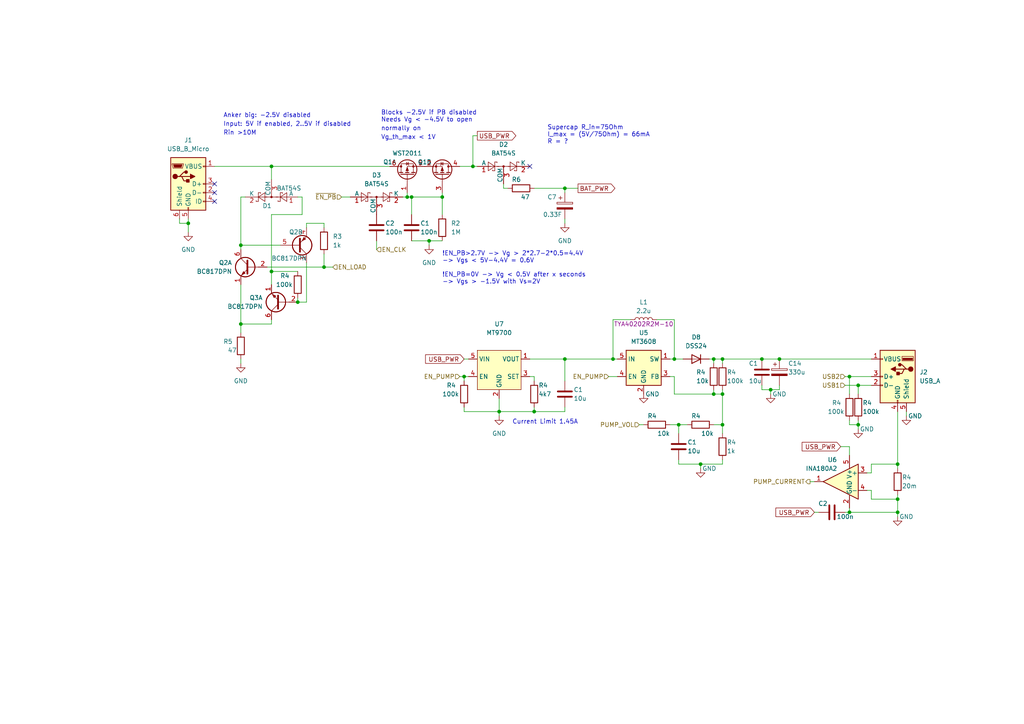
<source format=kicad_sch>
(kicad_sch (version 20230121) (generator eeschema)
  (paper "A4")
  (title_block (title "Homegreen Node Basic") (date "2024-01-17") (rev "v1.4.4") (company "Homegreen"))
  (lib_symbols
    (symbol "Amplifier_Current:INA180A2" (pin_names (offset 0.127))
      (property "Reference" "U" (at 3.81 3.81 0))
      (property "Value" "INA180A2" (at 3.81 -2.54 0))
      (symbol "INA180A2_0_1"
        (polyline (pts (xy 5.08 0) (xy -5.08 5.08) (xy -5.08 -5.08) (xy 5.08 0)) (stroke (width 0.254)) (fill (type background)))
      )
      (symbol "INA180A2_1_1"
        (pin output line (at 7.62 0 180) (length 2.54) (name "~") (number "1"))
        (pin power_in line (at -2.54 -7.62 90) (length 3.81) (name "GND") (number "2"))
        (pin input line (at -7.62 2.54 0) (length 2.54) (name "+") (number "3"))
        (pin input line (at -7.62 -2.54 0) (length 2.54) (name "-") (number "4"))
        (pin power_in line (at -2.54 7.62 270) (length 3.81) (name "V+") (number "5"))
      )
    )
    (symbol "Connector:USB_A" (pin_names (offset 1.016))
      (property "Reference" "J" (at -5.08 11.43 0))
      (property "Value" "USB_A" (at -5.08 8.89 0))
      (symbol "USB_A_0_1"
        (rectangle (start -5.08 -7.62) (end 5.08 7.62) (stroke (width 0.254)) (fill (type background)))
        (circle (center -3.81 2.159) (radius 0.635) (stroke (width 0.254)) (fill (type outline)))
        (rectangle (start -1.524 4.826) (end -4.318 5.334) (fill (type outline)))
        (rectangle (start -1.27 4.572) (end -4.572 5.842))
        (circle (center -0.635 3.429) (radius 0.381) (stroke (width 0.254)) (fill (type outline)))
        (rectangle (start -0.127 -7.62) (end 0.127 -6.858))
        (polyline (pts (xy -3.175 2.159) (xy -2.54 2.159) (xy -1.27 3.429) (xy -0.635 3.429)) (stroke (width 0.254)))
        (polyline (pts (xy -2.54 2.159) (xy -1.905 2.159) (xy -1.27 0.889) (xy 0 0.889)) (stroke (width 0.254)))
        (polyline (pts (xy 0.635 2.794) (xy 0.635 1.524) (xy 1.905 2.159) (xy 0.635 2.794)) (stroke (width 0.254)) (fill (type outline)))
        (rectangle (start 0.254 1.27) (end -0.508 0.508) (stroke (width 0.254)) (fill (type outline)))
        (rectangle (start 5.08 -2.667) (end 4.318 -2.413))
        (rectangle (start 5.08 -0.127) (end 4.318 0.127))
        (rectangle (start 5.08 4.953) (end 4.318 5.207))
      )
      (symbol "USB_A_1_1"
        (polyline (pts (xy -1.905 2.159) (xy 0.635 2.159)) (stroke (width 0.254)))
        (pin power_in line (at 7.62 5.08 180) (length 2.54) (name "VBUS") (number "1"))
        (pin bidirectional line (at 7.62 -2.54 180) (length 2.54) (name "D-") (number "2"))
        (pin bidirectional line (at 7.62 0 180) (length 2.54) (name "D+") (number "3"))
        (pin power_in line (at 0 -10.16 90) (length 2.54) (name "GND") (number "4"))
        (pin passive line (at -2.54 -10.16 90) (length 2.54) (name "Shield") (number "5"))
      )
    )
    (symbol "Connector:USB_B_Micro" (pin_names (offset 1.016))
      (property "Reference" "J" (at -5.08 11.43 0))
      (property "Value" "USB_B_Micro" (at -5.08 8.89 0))
      (symbol "USB_B_Micro_0_1"
        (rectangle (start -5.08 -7.62) (end 5.08 7.62) (stroke (width 0.254)) (fill (type background)))
        (circle (center -3.81 2.159) (radius 0.635) (stroke (width 0.254)) (fill (type outline)))
        (circle (center -0.635 3.429) (radius 0.381) (stroke (width 0.254)) (fill (type outline)))
        (rectangle (start -0.127 -7.62) (end 0.127 -6.858))
        (polyline (pts (xy -1.905 2.159) (xy 0.635 2.159)) (stroke (width 0.254)))
        (polyline (pts (xy -3.175 2.159) (xy -2.54 2.159) (xy -1.27 3.429) (xy -0.635 3.429)) (stroke (width 0.254)))
        (polyline (pts (xy -2.54 2.159) (xy -1.905 2.159) (xy -1.27 0.889) (xy 0 0.889)) (stroke (width 0.254)))
        (polyline (pts (xy 0.635 2.794) (xy 0.635 1.524) (xy 1.905 2.159) (xy 0.635 2.794)) (stroke (width 0.254)) (fill (type outline)))
        (polyline (pts (xy -4.318 5.588) (xy -1.778 5.588) (xy -2.032 4.826) (xy -4.064 4.826) (xy -4.318 5.588)) (fill (type outline)))
        (polyline (pts (xy -4.699 5.842) (xy -4.699 5.588) (xy -4.445 4.826) (xy -4.445 4.572) (xy -1.651 4.572) (xy -1.651 4.826) (xy -1.397 5.588) (xy -1.397 5.842) (xy -4.699 5.842)))
        (rectangle (start 0.254 1.27) (end -0.508 0.508) (stroke (width 0.254)) (fill (type outline)))
        (rectangle (start 5.08 -5.207) (end 4.318 -4.953))
        (rectangle (start 5.08 -2.667) (end 4.318 -2.413))
        (rectangle (start 5.08 -0.127) (end 4.318 0.127))
        (rectangle (start 5.08 4.953) (end 4.318 5.207))
      )
      (symbol "USB_B_Micro_1_1"
        (pin power_out line (at 7.62 5.08 180) (length 2.54) (name "VBUS") (number "1"))
        (pin bidirectional line (at 7.62 -2.54 180) (length 2.54) (name "D-") (number "2"))
        (pin bidirectional line (at 7.62 0 180) (length 2.54) (name "D+") (number "3"))
        (pin passive line (at 7.62 -5.08 180) (length 2.54) (name "ID") (number "4"))
        (pin power_out line (at 0 -10.16 90) (length 2.54) (name "GND") (number "5"))
        (pin passive line (at -2.54 -10.16 90) (length 2.54) (name "Shield") (number "6"))
      )
    )
    (symbol "Device:C" (pin_numbers hide) (pin_names (offset 0.254))
      (property "Reference" "C" (at 0.635 2.54 0))
      (property "Value" "C" (at 0.635 -2.54 0))
      (symbol "C_0_1"
        (polyline (pts (xy -2.032 -0.762) (xy 2.032 -0.762)) (stroke (width 0.508)))
        (polyline (pts (xy -2.032 0.762) (xy 2.032 0.762)) (stroke (width 0.508)))
      )
      (symbol "C_1_1"
        (pin passive line (at 0 3.81 270) (length 2.794) (name "~") (number "1"))
        (pin passive line (at 0 -3.81 90) (length 2.794) (name "~") (number "2"))
      )
    )
    (symbol "Device:C_Polarized" (pin_numbers hide) (pin_names (offset 0.254))
      (property "Reference" "C" (at 0.635 2.54 0))
      (property "Value" "C_Polarized" (at 0.635 -2.54 0))
      (symbol "C_Polarized_0_1"
        (rectangle (start -2.286 0.508) (end 2.286 1.016))
        (polyline (pts (xy -1.778 2.286) (xy -0.762 2.286)))
        (polyline (pts (xy -1.27 2.794) (xy -1.27 1.778)))
        (rectangle (start 2.286 -0.508) (end -2.286 -1.016) (fill (type outline)))
      )
      (symbol "C_Polarized_1_1"
        (pin passive line (at 0 3.81 270) (length 2.794) (name "~") (number "1"))
        (pin passive line (at 0 -3.81 90) (length 2.794) (name "~") (number "2"))
      )
    )
    (symbol "Device:L" (pin_numbers hide) (pin_names (offset 1.016) hide)
      (property "Reference" "L" (at -1.27 0 90))
      (property "Value" "L" (at 1.905 0 90))
      (symbol "L_0_1"
        (arc (start 0 -2.54) (mid 0.6323 -1.905) (end 0 -1.27))
        (arc (start 0 -1.27) (mid 0.6323 -0.635) (end 0 0))
        (arc (start 0 0) (mid 0.6323 0.635) (end 0 1.27))
        (arc (start 0 1.27) (mid 0.6323 1.905) (end 0 2.54))
      )
      (symbol "L_1_1"
        (pin passive line (at 0 3.81 270) (length 1.27) (name "1") (number "1"))
        (pin passive line (at 0 -3.81 90) (length 1.27) (name "2") (number "2"))
      )
    )
    (symbol "Device:Q_Dual_PMOS_G1S2G2D2S1D1" (pin_names (offset 0) hide)
      (property "Reference" "Q" (at 6.35 1.27 0))
      (property "Value" "Q_Dual_PMOS_G1S2G2D2S1D1" (at 19.05 -1.27 0))
      (symbol "Q_Dual_PMOS_G1S2G2D2S1D1_0_1"
        (polyline (pts (xy 0.254 0) (xy -2.54 0)))
        (polyline (pts (xy 0.254 1.905) (xy 0.254 -1.905)) (stroke (width 0.254)))
        (polyline (pts (xy 0.762 -1.27) (xy 0.762 -2.286)) (stroke (width 0.254)))
        (polyline (pts (xy 0.762 0.508) (xy 0.762 -0.508)) (stroke (width 0.254)))
        (polyline (pts (xy 0.762 2.286) (xy 0.762 1.27)) (stroke (width 0.254)))
        (polyline (pts (xy 2.54 2.54) (xy 2.54 1.778)))
        (polyline (pts (xy 2.54 -2.54) (xy 2.54 0) (xy 0.762 0)))
        (polyline (pts (xy 0.762 1.778) (xy 3.302 1.778) (xy 3.302 -1.778) (xy 0.762 -1.778)))
        (polyline (pts (xy 2.286 0) (xy 1.27 0.381) (xy 1.27 -0.381) (xy 2.286 0)) (fill (type outline)))
        (polyline (pts (xy 2.794 -0.508) (xy 2.921 -0.381) (xy 3.683 -0.381) (xy 3.81 -0.254)))
        (polyline (pts (xy 3.302 -0.381) (xy 2.921 0.254) (xy 3.683 0.254) (xy 3.302 -0.381)))
        (circle (center 1.651 0) (radius 2.794) (stroke (width 0.254)))
        (circle (center 2.54 -1.778) (radius 0.254) (fill (type outline)))
        (circle (center 2.54 1.778) (radius 0.254) (fill (type outline)))
      )
      (symbol "Q_Dual_PMOS_G1S2G2D2S1D1_1_1"
        (pin input line (at -5.08 0 0) (length 2.54) (name "G") (number "1"))
        (pin passive line (at 2.54 -5.08 90) (length 2.54) (name "S") (number "5"))
        (pin passive line (at 2.54 5.08 270) (length 2.54) (name "D") (number "6"))
      )
      (symbol "Q_Dual_PMOS_G1S2G2D2S1D1_2_1"
        (pin passive line (at 2.54 -5.08 90) (length 2.54) (name "S") (number "2"))
        (pin input line (at -5.08 0 0) (length 2.54) (name "G") (number "3"))
        (pin passive line (at 2.54 5.08 270) (length 2.54) (name "D") (number "4"))
      )
    )
    (symbol "Device:R" (pin_numbers hide) (pin_names (offset 0))
      (property "Reference" "R" (at 2.032 0 90))
      (property "Value" "R" (at 0 0 90))
      (symbol "R_0_1"
        (rectangle (start -1.016 -2.54) (end 1.016 2.54) (stroke (width 0.254)))
      )
      (symbol "R_1_1"
        (pin passive line (at 0 3.81 270) (length 1.27) (name "~") (number "1"))
        (pin passive line (at 0 -3.81 90) (length 1.27) (name "~") (number "2"))
      )
    )
    (symbol "Diode:BAT54S" (pin_names (offset 0))
      (property "Reference" "D" (at 2.54 -5.08 0))
      (property "Value" "BAT54S" (at -6.35 3.175 0))
      (symbol "BAT54S_0_1"
        (polyline (pts (xy -3.81 0) (xy -1.27 0)))
        (polyline (pts (xy -3.175 -1.27) (xy -3.175 -1.016)))
        (polyline (pts (xy -2.54 -1.27) (xy -3.175 -1.27)))
        (polyline (pts (xy -2.54 -1.27) (xy -2.54 1.27)))
        (polyline (pts (xy -2.54 1.27) (xy -1.905 1.27)))
        (polyline (pts (xy -1.905 0) (xy 1.905 0)))
        (polyline (pts (xy -1.905 1.27) (xy -1.905 1.016)))
        (polyline (pts (xy 1.27 0) (xy 3.81 0)))
        (polyline (pts (xy 3.175 -1.27) (xy 3.175 -1.016)))
        (polyline (pts (xy 3.81 -1.27) (xy 3.175 -1.27)))
        (polyline (pts (xy 3.81 -1.27) (xy 3.81 1.27)))
        (polyline (pts (xy 3.81 1.27) (xy 4.445 1.27)))
        (polyline (pts (xy 4.445 1.27) (xy 4.445 1.016)))
        (polyline (pts (xy -4.445 1.27) (xy -4.445 -1.27) (xy -2.54 0) (xy -4.445 1.27)))
        (polyline (pts (xy 1.905 1.27) (xy 1.905 -1.27) (xy 3.81 0) (xy 1.905 1.27)))
        (circle (center 0 0) (radius 0.254) (fill (type outline)))
      )
      (symbol "BAT54S_1_1"
        (pin passive line (at -7.62 0 0) (length 3.81) (name "A") (number "1"))
        (pin passive line (at 7.62 0 180) (length 3.81) (name "K") (number "2"))
        (pin passive line (at 0 -5.08 90) (length 5.08) (name "COM") (number "3"))
      )
    )
    (symbol "Pmale_ICs:MT9700"
      (property "Reference" "U" (at -21.59 -22.86 0))
      (property "Value" "MT9700" (at 0 1.27 0))
      (symbol "MT9700_1_1"
        (rectangle (start -6.35 6.35) (end 6.35 -5.08) (fill (type background)))
        (pin power_out line (at 8.89 3.81 180) (length 2.54) (name "VOUT") (number "1"))
        (pin power_in line (at 0 -7.62 90) (length 2.54) (name "GND") (number "2"))
        (pin input line (at 8.89 -1.27 180) (length 2.54) (name "SET") (number "3"))
        (pin input line (at -8.89 -1.27 0) (length 2.54) (name "EN") (number "4"))
        (pin power_in line (at -8.89 3.81 0) (length 2.54) (name "VIN") (number "5"))
      )
    )
    (symbol "Pmale_Misc:DSS24" (pin_numbers hide) (pin_names hide)
      (property "Reference" "D" (at 0 2.54 0))
      (property "Value" "DSS24" (at 0 -2.54 0))
      (symbol "DSS24_0_1"
        (polyline (pts (xy -1.27 1.27) (xy -1.27 -1.27)) (stroke (width 0.254)))
        (polyline (pts (xy 1.27 0) (xy -1.27 0)))
        (polyline (pts (xy 1.27 1.27) (xy 1.27 -1.27) (xy -1.27 0) (xy 1.27 1.27)) (stroke (width 0.254)))
      )
      (symbol "DSS24_1_1"
        (pin passive line (at -3.81 0 0) (length 2.54) (name "K") (number "1"))
        (pin passive line (at 3.81 0 180) (length 2.54) (name "A") (number "2"))
      )
    )
    (symbol "Pmale_Transistors:BC817DPN" (pin_names (offset 0) hide)
      (property "Reference" "Q" (at 5.08 1.27 0))
      (property "Value" "BC817DPN" (at 5.08 -1.27 0))
      (symbol "BC817DPN_0_1"
        (polyline (pts (xy 0.635 0) (xy -2.54 0)))
        (circle (center 1.27 0) (radius 2.8194) (stroke (width 0.254)))
        (circle (center 1.27 0) (radius 2.8194) (stroke (width 0.254)))
      )
      (symbol "BC817DPN_1_1"
        (polyline (pts (xy 0.635 0.635) (xy 2.54 2.54)))
        (polyline (pts (xy 0.635 -0.635) (xy 2.54 -2.54) (xy 2.54 -2.54)))
        (polyline (pts (xy 0.635 1.905) (xy 0.635 -1.905) (xy 0.635 -1.905)) (stroke (width 0.508)))
        (polyline (pts (xy 1.27 -1.778) (xy 1.778 -1.27) (xy 2.286 -2.286) (xy 1.27 -1.778) (xy 1.27 -1.778)) (fill (type outline)))
        (pin passive line (at 2.54 -5.08 90) (length 2.54) (name "E1") (number "1"))
        (pin input line (at -5.08 0 0) (length 2.54) (name "B1") (number "2"))
        (pin passive line (at 2.54 5.08 270) (length 2.54) (name "C1") (number "6"))
      )
      (symbol "BC817DPN_2_1"
        (polyline (pts (xy 0.635 0.635) (xy 2.54 2.54)))
        (polyline (pts (xy 0.635 -0.635) (xy 2.54 -2.54) (xy 2.54 -2.54)))
        (polyline (pts (xy 0.635 1.905) (xy 0.635 -1.905) (xy 0.635 -1.905)) (stroke (width 0.508)))
        (polyline (pts (xy 2.286 -1.778) (xy 1.778 -2.286) (xy 1.27 -1.27) (xy 2.286 -1.778) (xy 2.286 -1.778)) (fill (type outline)))
        (pin passive line (at 2.54 5.08 270) (length 2.54) (name "C2") (number "3"))
        (pin passive line (at 2.54 -5.08 90) (length 2.54) (name "E2") (number "4"))
        (pin input line (at -5.08 0 0) (length 2.54) (name "B2") (number "5"))
      )
    )
    (symbol "Regulator_Switching:MT3608"
      (property "Reference" "U" (at -2.54 8.89 0))
      (property "Value" "MT3608" (at -3.81 6.35 0))
      (symbol "MT3608_0_1"
        (rectangle (start -5.08 5.08) (end 5.08 -5.08) (stroke (width 0.254)) (fill (type background)))
      )
      (symbol "MT3608_1_1"
        (pin passive line (at 7.62 2.54 180) (length 2.54) (name "SW") (number "1"))
        (pin power_in line (at 0 -7.62 90) (length 2.54) (name "GND") (number "2"))
        (pin input line (at 7.62 -2.54 180) (length 2.54) (name "FB") (number "3"))
        (pin input line (at -7.62 -2.54 0) (length 2.54) (name "EN") (number "4"))
        (pin power_in line (at -7.62 2.54 0) (length 2.54) (name "IN") (number "5"))
        (pin no_connect line (at 5.08 0 180) (length 2.54) hide (name "NC") (number "6"))
      )
    )
    (symbol "power:GND" (power) (pin_names (offset 0))
      (property "Value" "GND" (at 0 -3.81 0))
      (symbol "GND_0_1"
        (polyline (pts (xy 0 0) (xy 0 -1.27) (xy 1.27 -1.27) (xy 0 -2.54) (xy -1.27 -1.27) (xy 0 -1.27)))
      )
      (symbol "GND_1_1"
        (pin power_in line (at 0 0 270) (length 0) hide (name "GND") (number "1"))
      )
    )
  )
  (junction (at 177.8 104.14))
  (junction (at 248.92 111.76))
  (junction (at 163.83 104.14))
  (junction (at 195.58 104.14))
  (junction (at 203.2 134.62))
  (junction (at 128.27 57.15))
  (junction (at 209.55 104.14))
  (junction (at 134.62 109.22))
  (junction (at 93.98 77.47))
  (junction (at 260.35 134.62))
  (junction (at 246.38 109.22))
  (junction (at 124.46 69.85))
  (junction (at 69.85 71.12))
  (junction (at 220.98 104.14))
  (junction (at 144.78 119.38))
  (junction (at 260.35 144.78))
  (junction (at 207.01 104.14))
  (junction (at 78.74 78.74))
  (junction (at 137.16 48.26))
  (junction (at 69.85 93.98))
  (junction (at 154.94 119.38))
  (junction (at 163.83 54.61))
  (junction (at 196.85 123.19))
  (junction (at 226.06 104.14))
  (junction (at 246.38 148.59))
  (junction (at 248.92 123.19))
  (junction (at 119.38 57.15))
  (junction (at 78.74 48.26))
  (junction (at 54.61 64.77))
  (junction (at 118.11 57.15))
  (junction (at 209.55 123.19))
  (junction (at 260.35 148.59))
  (junction (at 207.01 114.3))
  (junction (at 86.36 87.63))
  (junction (at 209.55 114.3))
  (junction (at 223.52 113.03))
  (no_connect (at 62.23 53.34))
  (no_connect (at 153.67 48.26))
  (no_connect (at 62.23 55.88))
  (no_connect (at 62.23 58.42))
  (wire (pts (xy 69.85 57.15) (xy 69.85 71.12)))
  (wire (pts (xy 146.05 53.34) (xy 146.05 54.61)))
  (wire (pts (xy 194.31 123.19) (xy 196.85 123.19)))
  (wire (pts (xy 223.52 113.03) (xy 223.52 114.3)))
  (wire (pts (xy 260.35 144.78) (xy 260.35 143.51)))
  (wire (pts (xy 163.83 104.14) (xy 163.83 110.49)))
  (wire (pts (xy 209.55 134.62) (xy 209.55 133.35)))
  (wire (pts (xy 78.74 93.98) (xy 69.85 93.98)))
  (wire (pts (xy 176.53 109.22) (xy 179.07 109.22)))
  (wire (pts (xy 109.22 69.85) (xy 109.22 72.39)))
  (wire (pts (xy 226.06 104.14) (xy 252.73 104.14)))
  (wire (pts (xy 203.2 134.62) (xy 203.2 135.89)))
  (wire (pts (xy 207.01 123.19) (xy 209.55 123.19)))
  (wire (pts (xy 207.01 104.14) (xy 209.55 104.14)))
  (wire (pts (xy 234.95 139.7) (xy 236.22 139.7)))
  (wire (pts (xy 207.01 104.14) (xy 207.01 105.41)))
  (wire (pts (xy 163.83 104.14) (xy 177.8 104.14)))
  (wire (pts (xy 245.11 109.22) (xy 246.38 109.22)))
  (wire (pts (xy 163.83 54.61) (xy 163.83 55.88)))
  (wire (pts (xy 119.38 62.23) (xy 119.38 57.15)))
  (wire (pts (xy 209.55 105.41) (xy 209.55 104.14)))
  (wire (pts (xy 78.74 62.23) (xy 78.74 78.74)))
  (wire (pts (xy 128.27 62.23) (xy 128.27 57.15)))
  (wire (pts (xy 144.78 119.38) (xy 144.78 120.65)))
  (wire (pts (xy 62.23 48.26) (xy 78.74 48.26)))
  (wire (pts (xy 194.31 109.22) (xy 195.58 109.22)))
  (wire (pts (xy 203.2 134.62) (xy 209.55 134.62)))
  (wire (pts (xy 252.73 142.24) (xy 252.73 144.78)))
  (wire (pts (xy 196.85 123.19) (xy 199.39 123.19)))
  (wire (pts (xy 179.07 104.14) (xy 177.8 104.14)))
  (wire (pts (xy 78.74 48.26) (xy 78.74 52.07)))
  (wire (pts (xy 69.85 104.14) (xy 69.85 105.41)))
  (wire (pts (xy 196.85 123.19) (xy 196.85 125.73)))
  (wire (pts (xy 119.38 69.85) (xy 124.46 69.85)))
  (wire (pts (xy 134.62 119.38) (xy 144.78 119.38)))
  (wire (pts (xy 93.98 73.66) (xy 93.98 77.47)))
  (wire (pts (xy 207.01 114.3) (xy 209.55 114.3)))
  (wire (pts (xy 69.85 71.12) (xy 69.85 72.39)))
  (wire (pts (xy 88.9 87.63) (xy 86.36 87.63)))
  (wire (pts (xy 209.55 104.14) (xy 220.98 104.14)))
  (wire (pts (xy 78.74 92.71) (xy 78.74 93.98)))
  (wire (pts (xy 236.22 148.59) (xy 237.49 148.59)))
  (wire (pts (xy 177.8 92.71) (xy 182.88 92.71)))
  (wire (pts (xy 177.8 104.14) (xy 177.8 92.71)))
  (wire (pts (xy 133.35 48.26) (xy 137.16 48.26)))
  (wire (pts (xy 87.63 62.23) (xy 78.74 62.23)))
  (wire (pts (xy 190.5 92.71) (xy 195.58 92.71)))
  (wire (pts (xy 226.06 111.76) (xy 226.06 113.03)))
  (wire (pts (xy 134.62 109.22) (xy 134.62 110.49)))
  (wire (pts (xy 124.46 71.12) (xy 124.46 69.85)))
  (wire (pts (xy 163.83 63.5) (xy 163.83 64.77)))
  (wire (pts (xy 154.94 118.11) (xy 154.94 119.38)))
  (wire (pts (xy 260.35 148.59) (xy 260.35 144.78)))
  (wire (pts (xy 128.27 55.88) (xy 128.27 57.15)))
  (wire (pts (xy 246.38 123.19) (xy 248.92 123.19)))
  (wire (pts (xy 252.73 109.22) (xy 246.38 109.22)))
  (wire (pts (xy 252.73 134.62) (xy 260.35 134.62)))
  (wire (pts (xy 209.55 114.3) (xy 209.55 123.19)))
  (wire (pts (xy 134.62 118.11) (xy 134.62 119.38)))
  (wire (pts (xy 116.84 57.15) (xy 118.11 57.15)))
  (wire (pts (xy 163.83 118.11) (xy 163.83 119.38)))
  (wire (pts (xy 86.36 86.36) (xy 86.36 87.63)))
  (wire (pts (xy 137.16 39.37) (xy 137.16 48.26)))
  (wire (pts (xy 252.73 144.78) (xy 260.35 144.78)))
  (wire (pts (xy 209.55 114.3) (xy 209.55 113.03)))
  (wire (pts (xy 154.94 54.61) (xy 163.83 54.61)))
  (wire (pts (xy 205.74 104.14) (xy 207.01 104.14)))
  (wire (pts (xy 93.98 77.47) (xy 96.52 77.47)))
  (wire (pts (xy 119.38 57.15) (xy 118.11 57.15)))
  (wire (pts (xy 69.85 82.55) (xy 69.85 93.98)))
  (wire (pts (xy 220.98 104.14) (xy 226.06 104.14)))
  (wire (pts (xy 119.38 57.15) (xy 128.27 57.15)))
  (wire (pts (xy 77.47 77.47) (xy 93.98 77.47)))
  (wire (pts (xy 260.35 134.62) (xy 260.35 135.89)))
  (wire (pts (xy 134.62 109.22) (xy 135.89 109.22)))
  (wire (pts (xy 118.11 57.15) (xy 118.11 55.88)))
  (wire (pts (xy 223.52 113.03) (xy 226.06 113.03)))
  (wire (pts (xy 220.98 113.03) (xy 223.52 113.03)))
  (wire (pts (xy 153.67 104.14) (xy 163.83 104.14)))
  (wire (pts (xy 137.16 48.26) (xy 138.43 48.26)))
  (wire (pts (xy 154.94 109.22) (xy 154.94 110.49)))
  (wire (pts (xy 78.74 48.26) (xy 113.03 48.26)))
  (wire (pts (xy 207.01 113.03) (xy 207.01 114.3)))
  (wire (pts (xy 99.06 57.15) (xy 101.6 57.15)))
  (wire (pts (xy 248.92 123.19) (xy 248.92 124.46)))
  (wire (pts (xy 163.83 54.61) (xy 167.64 54.61)))
  (wire (pts (xy 194.31 104.14) (xy 195.58 104.14)))
  (wire (pts (xy 251.46 142.24) (xy 252.73 142.24)))
  (wire (pts (xy 251.46 137.16) (xy 252.73 137.16)))
  (wire (pts (xy 245.11 148.59) (xy 246.38 148.59)))
  (wire (pts (xy 195.58 92.71) (xy 195.58 104.14)))
  (wire (pts (xy 138.43 39.37) (xy 137.16 39.37)))
  (wire (pts (xy 52.07 64.77) (xy 54.61 64.77)))
  (wire (pts (xy 196.85 133.35) (xy 196.85 134.62)))
  (wire (pts (xy 154.94 119.38) (xy 163.83 119.38)))
  (wire (pts (xy 220.98 111.76) (xy 220.98 113.03)))
  (wire (pts (xy 248.92 111.76) (xy 248.92 114.3)))
  (wire (pts (xy 246.38 121.92) (xy 246.38 123.19)))
  (wire (pts (xy 88.9 76.2) (xy 88.9 87.63)))
  (wire (pts (xy 88.9 66.04) (xy 88.9 64.77)))
  (wire (pts (xy 87.63 57.15) (xy 87.63 62.23)))
  (wire (pts (xy 146.05 54.61) (xy 147.32 54.61)))
  (wire (pts (xy 260.35 119.38) (xy 260.35 134.62)))
  (wire (pts (xy 185.42 123.19) (xy 186.69 123.19)))
  (wire (pts (xy 246.38 132.08) (xy 246.38 129.54)))
  (wire (pts (xy 246.38 109.22) (xy 246.38 114.3)))
  (wire (pts (xy 78.74 78.74) (xy 78.74 82.55)))
  (wire (pts (xy 144.78 115.57) (xy 144.78 119.38)))
  (wire (pts (xy 262.89 119.38) (xy 262.89 120.65)))
  (wire (pts (xy 245.11 111.76) (xy 248.92 111.76)))
  (wire (pts (xy 69.85 71.12) (xy 81.28 71.12)))
  (wire (pts (xy 124.46 69.85) (xy 128.27 69.85)))
  (wire (pts (xy 252.73 111.76) (xy 248.92 111.76)))
  (wire (pts (xy 86.36 57.15) (xy 87.63 57.15)))
  (wire (pts (xy 71.12 57.15) (xy 69.85 57.15)))
  (wire (pts (xy 93.98 64.77) (xy 93.98 66.04)))
  (wire (pts (xy 246.38 148.59) (xy 260.35 148.59)))
  (wire (pts (xy 195.58 114.3) (xy 207.01 114.3)))
  (wire (pts (xy 69.85 93.98) (xy 69.85 96.52)))
  (wire (pts (xy 248.92 121.92) (xy 248.92 123.19)))
  (wire (pts (xy 52.07 63.5) (xy 52.07 64.77)))
  (wire (pts (xy 133.35 109.22) (xy 134.62 109.22)))
  (wire (pts (xy 252.73 137.16) (xy 252.73 134.62)))
  (wire (pts (xy 209.55 125.73) (xy 209.55 123.19)))
  (wire (pts (xy 246.38 147.32) (xy 246.38 148.59)))
  (wire (pts (xy 195.58 104.14) (xy 198.12 104.14)))
  (wire (pts (xy 88.9 64.77) (xy 93.98 64.77)))
  (wire (pts (xy 243.84 129.54) (xy 246.38 129.54)))
  (wire (pts (xy 153.67 109.22) (xy 154.94 109.22)))
  (wire (pts (xy 78.74 78.74) (xy 86.36 78.74)))
  (wire (pts (xy 260.35 148.59) (xy 260.35 149.86)))
  (wire (pts (xy 196.85 134.62) (xy 203.2 134.62)))
  (wire (pts (xy 134.62 104.14) (xy 135.89 104.14)))
  (wire (pts (xy 195.58 109.22) (xy 195.58 114.3)))
  (wire (pts (xy 144.78 119.38) (xy 154.94 119.38)))
  (wire (pts (xy 54.61 64.77) (xy 54.61 67.31)))
  (wire (pts (xy 54.61 63.5) (xy 54.61 64.77)))
  (text "﻿Supercap R_in=75Ohm\nI_max = (5V/75Ohm) = 66mA\nR = ?" (at 158.75 41.91 0) (effects (font (size 1.27 1.27)) (justify left bottom)))
  (text "﻿Blocks -2.5V if PB disabled\nNeeds Vg < -4.5V to open" (at 110.49 35.56 0) (effects (font (size 1.27 1.27)) (justify left bottom)))
  (text "﻿Rin >10M" (at 64.77 39.37 0) (effects (font (size 1.27 1.27)) (justify left bottom)))
  (text "﻿Anker big: -2.5V disabled" (at 64.77 34.29 0) (effects (font (size 1.27 1.27)) (justify left bottom)))
  (text "Current Limit 1.45A" (at 148.59 123.19 0) (effects (font (size 1.27 1.27)) (justify left bottom)))
  (text "﻿Input: 5V if enabled, 2..5V if disabled" (at 64.77 36.83 0) (effects (font (size 1.27 1.27)) (justify left bottom)))
  (text "﻿Vg_th_max < 1V" (at 110.49 40.64 0) (effects (font (size 1.27 1.27)) (justify left bottom)))
  (text "﻿normally on" (at 110.49 38.1 0) (effects (font (size 1.27 1.27)) (justify left bottom)))
  (text "﻿!EN_PB>2.7V -> Vg > 2*2.7-2*0.5=4.4V \n-> Vgs < 5V-4.4V = 0.6V\n\n!EN_PB=0V -> Vg < 0.5V after x seconds \n-> Vgs > -1.5V with Vs=2V" (at 128.27 82.55 0) (effects (font (size 1.27 1.27)) (justify left bottom)))
  (global_label "USB_PWR" (shape input) (at 243.84 129.54 180) (property "Intersheetrefs" "${INTERSHEET_REFS}" (effects hide)))
  (global_label "USB_PWR" (shape input) (at 236.22 148.59 180) (property "Intersheetrefs" "${INTERSHEET_REFS}" (effects hide)))
  (global_label "BAT_PWR" (shape output) (at 167.64 54.61 0) (property "Intersheetrefs" "${INTERSHEET_REFS}" (effects hide)))
  (global_label "USB_PWR" (shape output) (at 138.43 39.37 0) (property "Intersheetrefs" "${INTERSHEET_REFS}" (effects hide)))
  (global_label "USB_PWR" (shape input) (at 134.62 104.14 180) (property "Intersheetrefs" "${INTERSHEET_REFS}" (effects hide)))
  (hierarchical_label "EN_CLK" (shape input) (at 109.22 72.39 0))
  (hierarchical_label "PUMP_CURRENT" (shape output) (at 234.95 139.7 180))
  (hierarchical_label "EN_LOAD" (shape input) (at 96.52 77.47 0))
  (hierarchical_label "~{EN_PB}" (shape input) (at 99.06 57.15 180))
  (hierarchical_label "EN_PUMP" (shape input) (at 133.35 109.22 180))
  (hierarchical_label "USB2" (shape input) (at 245.11 109.22 180))
  (hierarchical_label "PUMP_VOL" (shape input) (at 185.42 123.19 180))
  (hierarchical_label "USB1" (shape input) (at 245.11 111.76 180))
  (hierarchical_label "EN_PUMP" (shape input) (at 176.53 109.22 180))
  (symbol (lib_id "power:GND") (at 203.2 135.89 0) (unit 1)
    (property "Reference" "#PWR01" (effects hide))
    (property "Value" "GND" (at 205.74 135.89 0))
    (instances (project "Homegreen Node Basic" (path "" (reference "#PWR01") (unit 1)) (path "" (reference "#PWR014") (unit 1))))
  )
  (symbol (lib_id "Diode:BAT54S") (at 109.22 57.15 0) (unit 1)
    (property "Reference" "D3" (at 109.22 50.8 0))
    (property "Value" "BAT54S" (at 109.22 53.34 0))
    (property "Footprint" "Package_TO_SOT_SMD:SOT-23" (effects hide))
    (property "Datasheet" "https://www.diodes.com/assets/Datasheets/ds11005.pdf" (effects hide))
    (instances (project "Homegreen Node Basic" (path "" (reference "D3") (unit 1)) (path "" (reference "D2") (unit 1))))
  )
  (symbol (lib_id "Device:C_Polarized") (at 163.83 59.69 0) (unit 1)
    (property "Reference" "C7" (at 158.75 57.15 0) (effects (justify left)))
    (property "Value" "0.33F" (at 157.48 62.23 0) (effects (justify left)))
    (property "Footprint" "Capacitor_THT:CP_Radial_D13.0mm_P5.00mm" (effects hide))
  )
  (symbol (lib_id "power:GND") (at 223.52 114.3 0) (unit 1)
    (property "Reference" "#PWR01" (effects hide))
    (property "Value" "GND" (at 226.06 114.3 0))
    (instances (project "Homegreen Node Basic" (path "" (reference "#PWR01") (unit 1)) (path "" (reference "#PWR019") (unit 1))))
  )
  (symbol (lib_id "Pmale_ICs:MT9700") (at 144.78 107.95 0) (unit 1)
    (property "Reference" "U7" (at 144.78 93.98 0))
    (property "Value" "MT9700" (at 144.78 96.52 0))
    (property "Footprint" "Package_TO_SOT_SMD:SOT-23-5" (effects hide))
    (property "Datasheet" "https://datasheet.lcsc.com/lcsc/1809291208_XI-AN-Aerosemi-Tech-MT9700_C89855.pdf" (effects hide))
  )
  (symbol (lib_id "Device:R") (at 151.13 54.61 90) (unit 1)
    (property "Reference" "R6" (at 151.13 52.07 90) (effects (justify left)))
    (property "Value" "47" (at 153.67 57.15 90) (effects (justify left)))
    (property "Footprint" "Resistor_SMD:R_0805_2012Metric" (effects hide))
  )
  (symbol (lib_id "Device:C") (at 109.22 66.04 0) (unit 1)
    (property "Reference" "C2" (at 111.76 64.77 0) (effects (justify left)))
    (property "Value" "100n" (at 111.76 67.31 0) (effects (justify left)))
    (property "Footprint" "Capacitor_SMD:C_0805_2012Metric" (effects hide))
    (instances (project "Homegreen Node Basic" (path "" (reference "C2") (unit 1)) (path "" (reference "C1") (unit 1))))
  )
  (symbol (lib_id "Device:R") (at 86.36 82.55 0) (unit 1)
    (property "Reference" "R4" (at 81.28 80.01 0) (effects (justify left)))
    (property "Value" "100k" (at 80.01 82.55 0) (effects (justify left)))
    (property "Footprint" "Resistor_SMD:R_0805_2012Metric" (effects hide))
    (instances (project "Homegreen Node Basic" (path "" (reference "R4") (unit 1)) (path "" (reference "R3") (unit 1))))
  )
  (symbol (lib_id "power:GND") (at 248.92 124.46 0) (unit 1)
    (property "Reference" "#PWR01" (effects hide))
    (property "Value" "GND" (at 251.46 124.46 0))
    (instances (project "Homegreen Node Basic" (path "" (reference "#PWR01") (unit 1)) (path "" (reference "#PWR020") (unit 1))))
  )
  (symbol (lib_id "Device:R") (at 209.55 129.54 0) (unit 1)
    (property "Reference" "R4" (at 210.82 128.27 0) (effects (justify left)))
    (property "Value" "1k" (at 210.82 130.81 0) (effects (justify left)))
    (property "Footprint" "Resistor_SMD:R_0805_2012Metric" (effects hide))
    (instances (project "Homegreen Node Basic" (path "" (reference "R4") (unit 1)) (path "" (reference "R21") (unit 1))))
  )
  (symbol (lib_id "Device:C") (at 163.83 114.3 0) (unit 1)
    (property "Reference" "C1" (at 166.37 113.03 0) (effects (justify left)))
    (property "Value" "10u" (at 166.37 115.57 0) (effects (justify left)))
    (property "Footprint" "Capacitor_SMD:C_0805_2012Metric" (effects hide))
    (instances (project "Homegreen Node Basic" (path "" (reference "C1") (unit 1)) (path "" (reference "C15") (unit 1))))
  )
  (symbol (lib_id "Diode:BAT54S") (at 146.05 48.26 0) (unit 1)
    (property "Reference" "D2" (at 146.05 41.91 0))
    (property "Value" "BAT54S" (at 146.05 44.45 0))
    (property "Footprint" "Package_TO_SOT_SMD:SOT-23" (effects hide))
    (property "Datasheet" "https://www.diodes.com/assets/Datasheets/ds11005.pdf" (effects hide))
    (instances (project "Homegreen Node Basic" (path "" (reference "D2") (unit 1)) (path "" (reference "D3") (unit 1))))
  )
  (symbol (lib_id "power:GND") (at 69.85 105.41 0) (unit 1)
    (property "Reference" "#PWR02" (effects hide))
    (property "Value" "GND" (at 69.85 110.49 0))
  )
  (symbol (lib_id "Pmale_Transistors:BC817DPN") (at 81.28 87.63 180) (unit 1)
    (property "Reference" "Q3" (at 76.2 86.36 0) (effects (justify left)))
    (property "Value" "BC817DPN" (at 76.2 88.9 0) (effects (justify left)))
    (property "Footprint" "Package_SO:SC-74-6_1.5x2.9mm_P0.95mm" (effects hide))
    (property "Datasheet" "https://assets.nexperia.com/documents/data-sheet/BC817DPN.pdf" (effects hide))
    (instances (project "Homegreen Node Basic" (path "" (reference "Q3") (unit 1)) (path "" (reference "Q2") (unit 1))))
  )
  (symbol (lib_id "power:GND") (at 262.89 120.65 0) (unit 1)
    (property "Reference" "#PWR01" (effects hide))
    (property "Value" "GND" (at 265.43 120.65 0))
    (instances (project "Homegreen Node Basic" (path "" (reference "#PWR01") (unit 1)) (path "" (reference "#PWR021") (unit 1))))
  )
  (symbol (lib_id "Device:R") (at 134.62 114.3 0) (unit 1)
    (property "Reference" "R4" (at 129.54 111.76 0) (effects (justify left)))
    (property "Value" "100k" (at 128.27 114.3 0) (effects (justify left)))
    (property "Footprint" "Resistor_SMD:R_0805_2012Metric" (effects hide))
    (instances (project "Homegreen Node Basic" (path "" (reference "R4") (unit 1)) (path "" (reference "R17") (unit 1))))
  )
  (symbol (lib_id "Device:R") (at 203.2 123.19 90) (unit 1)
    (property "Reference" "R4" (at 203.2 120.65 90) (effects (justify left)))
    (property "Value" "10k" (at 207.01 125.73 90) (effects (justify left)))
    (property "Footprint" "Resistor_SMD:R_0805_2012Metric" (effects hide))
    (instances (project "Homegreen Node Basic" (path "" (reference "R4") (unit 1)) (path "" (reference "R22") (unit 1))))
  )
  (symbol (lib_id "Device:R") (at 207.01 109.22 0) (unit 1)
    (property "Reference" "R4" (at 201.93 107.95 0) (effects (justify left)))
    (property "Value" "10k" (at 201.93 110.49 0) (effects (justify left)))
    (property "Footprint" "Resistor_SMD:R_0805_2012Metric" (effects hide))
    (instances (project "Homegreen Node Basic" (path "" (reference "R4") (unit 1)) (path "" (reference "R19") (unit 1))))
  )
  (symbol (lib_id "Device:C") (at 196.85 129.54 0) (unit 1)
    (property "Reference" "C1" (at 199.39 128.27 0) (effects (justify left)))
    (property "Value" "10u" (at 199.39 130.81 0) (effects (justify left)))
    (property "Footprint" "Capacitor_SMD:C_0805_2012Metric" (effects hide))
    (instances (project "Homegreen Node Basic" (path "" (reference "C1") (unit 1)) (path "" (reference "C16") (unit 1))))
  )
  (symbol (lib_id "power:GND") (at 124.46 71.12 0) (unit 1)
    (property "Reference" "#PWR01" (effects hide))
    (property "Value" "GND" (at 124.46 76.2 0))
    (instances (project "Homegreen Node Basic" (path "" (reference "#PWR01") (unit 1)) (path "" (reference "#PWR03") (unit 1))))
  )
  (symbol (lib_id "power:GND") (at 54.61 67.31 0) (unit 1)
    (property "Reference" "#PWR03" (effects hide))
    (property "Value" "GND" (at 54.61 72.39 0))
    (instances (project "Homegreen Node Basic" (path "" (reference "#PWR03") (unit 1)) (path "" (reference "#PWR01") (unit 1))))
  )
  (symbol (lib_id "Device:L") (at 186.69 92.71 90) (unit 1)
    (property "Reference" "L1" (at 186.69 87.63 90))
    (property "Value" "2.2u" (at 186.69 90.17 90))
    (property "Footprint" "Inductor_SMD_Wurth:L_Wurth_WE-LQSH-4020" (effects hide))
    (property "Datasheet" "https://www.mouser.de/datasheet/2/987/Laird_Performance_TYA4020_series__Rev_A_-1877538.pdf" (effects hide))
    (property "Part Name" "TYA40202R2M-10" (at 186.69 93.98 90))
  )
  (symbol (lib_id "Device:R") (at 248.92 118.11 0) (unit 1)
    (property "Reference" "R4" (at 250.19 116.84 0) (effects (justify left)))
    (property "Value" "100k" (at 250.19 119.38 0) (effects (justify left)))
    (property "Footprint" "Resistor_SMD:R_0805_2012Metric" (effects hide))
    (instances (project "Homegreen Node Basic" (path "" (reference "R4") (unit 1)) (path "" (reference "R24") (unit 1))))
  )
  (symbol (lib_id "Connector:USB_A") (at 260.35 109.22 0) (mirror y) (unit 1)
    (property "Reference" "J2" (at 266.7 107.95 0) (effects (justify right)))
    (property "Value" "USB_A" (at 266.7 110.49 0) (effects (justify right)))
    (property "Footprint" "Pmale_Misc:Wuerth_61400416021" (effects hide))
    (property "Datasheet" " ~" (effects hide))
  )
  (symbol (lib_id "Device:R") (at 209.55 109.22 0) (unit 1)
    (property "Reference" "R4" (at 210.82 107.95 0) (effects (justify left)))
    (property "Value" "100k" (at 210.82 110.49 0) (effects (justify left)))
    (property "Footprint" "Resistor_SMD:R_0805_2012Metric" (effects hide))
    (instances (project "Homegreen Node Basic" (path "" (reference "R4") (unit 1)) (path "" (reference "R20") (unit 1))))
  )
  (symbol (lib_id "Device:R") (at 154.94 114.3 0) (unit 1)
    (property "Reference" "R4" (at 156.21 111.76 0) (effects (justify left)))
    (property "Value" "4k7" (at 156.21 114.3 0) (effects (justify left)))
    (property "Footprint" "Resistor_SMD:R_0805_2012Metric" (effects hide))
    (instances (project "Homegreen Node Basic" (path "" (reference "R4") (unit 1)) (path "" (reference "R18") (unit 1))))
  )
  (symbol (lib_id "power:GND") (at 260.35 149.86 0) (unit 1)
    (property "Reference" "#PWR01" (effects hide))
    (property "Value" "GND" (at 262.89 149.86 0))
    (instances (project "Homegreen Node Basic" (path "" (reference "#PWR01") (unit 1)) (path "" (reference "#PWR022") (unit 1))))
  )
  (symbol (lib_id "Pmale_Transistors:BC817DPN") (at 72.39 77.47 0) (mirror y) (unit 1)
    (property "Reference" "Q2" (at 67.31 76.2 0) (effects (justify left)))
    (property "Value" "BC817DPN" (at 67.31 78.74 0) (effects (justify left)))
    (property "Footprint" "Package_SO:SC-74-6_1.5x2.9mm_P0.95mm" (effects hide))
    (property "Datasheet" "https://assets.nexperia.com/documents/data-sheet/BC817DPN.pdf" (effects hide))
    (instances (project "Homegreen Node Basic" (path "" (reference "Q2") (unit 1)) (path "" (reference "Q1") (unit 1))))
  )
  (symbol (lib_id "Pmale_Misc:DSS24") (at 201.93 104.14 180) (unit 1)
    (property "Reference" "D8" (at 201.93 97.79 0))
    (property "Value" "DSS24" (at 201.93 100.33 0))
    (property "Footprint" "Diode_SMD:D_SOD-123" (effects hide))
    (property "Datasheet" "https://datasheet.lcsc.com/lcsc/1912111437_High-Diode-DSS24_C466482.pdf" (effects hide))
    (property "Sim.Device" "D" (effects hide))
    (property "Sim.Pins" "1=K 2=A" (effects hide))
  )
  (symbol (lib_id "Device:C_Polarized") (at 226.06 107.95 0) (unit 1)
    (property "Reference" "C14" (at 228.6 105.41 0) (effects (justify left)))
    (property "Value" "330u" (at 228.6 107.95 0) (effects (justify left)))
    (property "Footprint" "Capacitor_SMD:CP_Elec_6.3x5.8" (effects hide))
    (property "Datasheet" "https://datasheet.lcsc.com/lcsc/2304140030_PANASONIC-EEEFK0J331XP_C128454.pdf" (effects hide))
  )
  (symbol (lib_id "Regulator_Switching:MT3608") (at 186.69 106.68 0) (unit 1)
    (property "Reference" "U5" (at 186.69 96.52 0))
    (property "Value" "MT3608" (at 186.69 99.06 0))
    (property "Footprint" "Package_TO_SOT_SMD:SOT-23-6" (effects hide))
    (property "Datasheet" "https://www.olimex.com/Products/Breadboarding/BB-PWR-3608/resources/MT3608.pdf" (effects hide))
  )
  (symbol (lib_id "Device:R") (at 246.38 118.11 0) (unit 1)
    (property "Reference" "R4" (at 241.3 116.84 0) (effects (justify left)))
    (property "Value" "100k" (at 240.03 119.38 0) (effects (justify left)))
    (property "Footprint" "Resistor_SMD:R_0805_2012Metric" (effects hide))
    (instances (project "Homegreen Node Basic" (path "" (reference "R4") (unit 1)) (path "" (reference "R25") (unit 1))))
  )
  (symbol (lib_id "Connector:USB_B_Micro") (at 54.61 53.34 0) (unit 1)
    (property "Reference" "J1" (at 54.61 40.64 0))
    (property "Value" "USB_B_Micro" (at 54.61 43.18 0))
    (property "Footprint" "Connector_USB:USB_Micro-B_Molex-105017-0001" (effects hide))
    (property "Datasheet" "https://datasheet.lcsc.com/lcsc/2103051832_Jing-Extension-of-the-Electronic-Co--920-E52A2021S10100_C10418.pdf" (effects hide))
  )
  (symbol (lib_id "Device:C") (at 220.98 107.95 0) (unit 1)
    (property "Reference" "C1" (at 217.17 105.41 0) (effects (justify left)))
    (property "Value" "10u" (at 217.17 110.49 0) (effects (justify left)))
    (property "Footprint" "Capacitor_SMD:C_0805_2012Metric" (effects hide))
    (instances (project "Homegreen Node Basic" (path "" (reference "C1") (unit 1)) (path "" (reference "C17") (unit 1))))
  )
  (symbol (lib_id "power:GND") (at 144.78 120.65 0) (unit 1)
    (property "Reference" "#PWR01" (effects hide))
    (property "Value" "GND" (at 144.78 125.73 0))
    (instances (project "Homegreen Node Basic" (path "" (reference "#PWR01") (unit 1)) (path "" (reference "#PWR04") (unit 1))))
  )
  (symbol (lib_id "Amplifier_Current:INA180A2") (at 243.84 139.7 0) (mirror y) (unit 1)
    (property "Reference" "U6" (at 240.03 133.35 0) (effects (justify right)))
    (property "Value" "INA180A2" (at 233.68 135.89 0) (effects (justify right)))
    (property "Footprint" "Package_TO_SOT_SMD:SOT-23-5" (effects hide))
    (property "Datasheet" "http://www.ti.com/lit/ds/symlink/ina180.pdf" (effects hide))
  )
  (symbol (lib_id "power:GND") (at 163.83 64.77 0) (unit 1)
    (property "Reference" "#PWR01" (effects hide))
    (property "Value" "GND" (at 163.83 69.85 0))
    (instances (project "Homegreen Node Basic" (path "" (reference "#PWR01") (unit 1)) (path "" (reference "#PWR016") (unit 1))))
  )
  (symbol (lib_id "Diode:BAT54S") (at 78.74 57.15 180) (unit 1)
    (property "Reference" "D1" (at 77.47 59.69 0))
    (property "Value" "BAT54S" (at 83.82 54.61 0))
    (property "Footprint" "Package_TO_SOT_SMD:SOT-23" (effects hide))
    (property "Datasheet" "https://www.diodes.com/assets/Datasheets/ds11005.pdf" (effects hide))
  )
  (symbol (lib_id "Device:C") (at 119.38 66.04 0) (unit 1)
    (property "Reference" "C1" (at 121.92 64.77 0) (effects (justify left)))
    (property "Value" "100n" (at 121.92 67.31 0) (effects (justify left)))
    (property "Footprint" "Capacitor_SMD:C_0805_2012Metric" (effects hide))
    (instances (project "Homegreen Node Basic" (path "" (reference "C1") (unit 1)) (path "" (reference "C2") (unit 1))))
  )
  (symbol (lib_id "Device:R") (at 93.98 69.85 0) (unit 1)
    (property "Reference" "R3" (at 96.52 68.58 0) (effects (justify left)))
    (property "Value" "1k" (at 96.52 71.12 0) (effects (justify left)))
    (property "Footprint" "Resistor_SMD:R_0805_2012Metric" (effects hide))
    (instances (project "Homegreen Node Basic" (path "" (reference "R3") (unit 1)) (path "" (reference "R4") (unit 1))))
  )
  (symbol (lib_id "Device:R") (at 69.85 100.33 0) (unit 1)
    (property "Reference" "R5" (at 64.77 99.06 0) (effects (justify left)))
    (property "Value" "47" (at 66.04 101.6 0) (effects (justify left)))
    (property "Footprint" "Resistor_SMD:R_0805_2012Metric" (effects hide))
    (instances (project "Homegreen Node Basic" (path "" (reference "R5") (unit 1)) (path "" (reference "R2") (unit 1))))
  )
  (symbol (lib_id "power:GND") (at 186.69 114.3 0) (unit 1)
    (property "Reference" "#PWR01" (effects hide))
    (property "Value" "GND" (at 189.23 114.3 0))
    (instances (project "Homegreen Node Basic" (path "" (reference "#PWR01") (unit 1)) (path "" (reference "#PWR05") (unit 1))))
  )
  (symbol (lib_id "Pmale_Transistors:BC817DPN") (at 86.36 71.12 0) (mirror x) (unit 2)
    (property "Reference" "Q2" (at 83.82 67.31 0) (effects (justify left)))
    (property "Value" "BC817DPN" (at 78.74 74.93 0) (effects (justify left)))
    (property "Footprint" "Package_SO:SC-74-6_1.5x2.9mm_P0.95mm" (effects hide))
    (property "Datasheet" "https://assets.nexperia.com/documents/data-sheet/BC817DPN.pdf" (effects hide))
    (instances (project "Homegreen Node Basic" (path "" (reference "Q2") (unit 2)) (path "" (reference "Q1") (unit 2))))
  )
  (symbol (lib_id "Device:Q_Dual_PMOS_G1S2G2D2S1D1") (at 118.11 50.8 90) (unit 1)
    (property "Reference" "Q1" (at 113.03 46.99 90))
    (property "Value" "WST2011" (at 118.11 44.45 90))
    (property "Footprint" "Package_TO_SOT_SMD:SOT-23-6" (effects hide))
    (property "Datasheet" "https://datasheet.lcsc.com/lcsc/1809211428_Winsok-Semicon-WST2011_C148368.pdf" (effects hide))
    (instances (project "Homegreen Node Basic" (path "" (reference "Q1") (unit 1)) (path "" (reference "Q3") (unit 1))))
  )
  (symbol (lib_id "Device:R") (at 190.5 123.19 90) (unit 1)
    (property "Reference" "R4" (at 190.5 120.65 90) (effects (justify left)))
    (property "Value" "10k" (at 194.31 125.73 90) (effects (justify left)))
    (property "Footprint" "Resistor_SMD:R_0805_2012Metric" (effects hide))
    (instances (project "Homegreen Node Basic" (path "" (reference "R4") (unit 1)) (path "" (reference "R23") (unit 1))))
  )
  (symbol (lib_id "Device:R") (at 260.35 139.7 0) (unit 1)
    (property "Reference" "R4" (at 261.62 138.43 0) (effects (justify left)))
    (property "Value" "20m" (at 261.62 140.97 0) (effects (justify left)))
    (property "Footprint" "Resistor_SMD:R_0805_2012Metric" (effects hide))
    (instances (project "Homegreen Node Basic" (path "" (reference "R4") (unit 1)) (path "" (reference "R26") (unit 1))))
  )
  (symbol (lib_id "Device:C") (at 241.3 148.59 90) (unit 1)
    (property "Reference" "C2" (at 240.03 146.05 90) (effects (justify left)))
    (property "Value" "100n" (at 247.65 149.86 90) (effects (justify left)))
    (property "Footprint" "Capacitor_SMD:C_0805_2012Metric" (effects hide))
    (instances (project "Homegreen Node Basic" (path "" (reference "C2") (unit 1)) (path "" (reference "C18") (unit 1))))
  )
  (symbol (lib_id "Device:Q_Dual_PMOS_G1S2G2D2S1D1") (at 128.27 50.8 270) (mirror x) (unit 2)
    (property "Reference" "Q1" (at 123.19 46.99 90))
    (property "Value" "WST2011" (effects hide))
    (property "Footprint" "Package_TO_SOT_SMD:SOT-23-6" (effects hide))
    (property "Datasheet" "https://datasheet.lcsc.com/lcsc/1809211428_Winsok-Semicon-WST2011_C148368.pdf" (effects hide))
    (instances (project "Homegreen Node Basic" (path "" (reference "Q1") (unit 2)) (path "" (reference "Q3") (unit 2))))
  )
  (symbol (lib_id "Device:R") (at 128.27 66.04 0) (unit 1)
    (property "Reference" "R2" (at 130.81 64.77 0) (effects (justify left)))
    (property "Value" "1M" (at 130.81 67.31 0) (effects (justify left)))
    (property "Footprint" "Resistor_SMD:R_0805_2012Metric" (effects hide))
    (instances (project "Homegreen Node Basic" (path "" (reference "R2") (unit 1)) (path "" (reference "R5") (unit 1))))
  )
)
</source>
